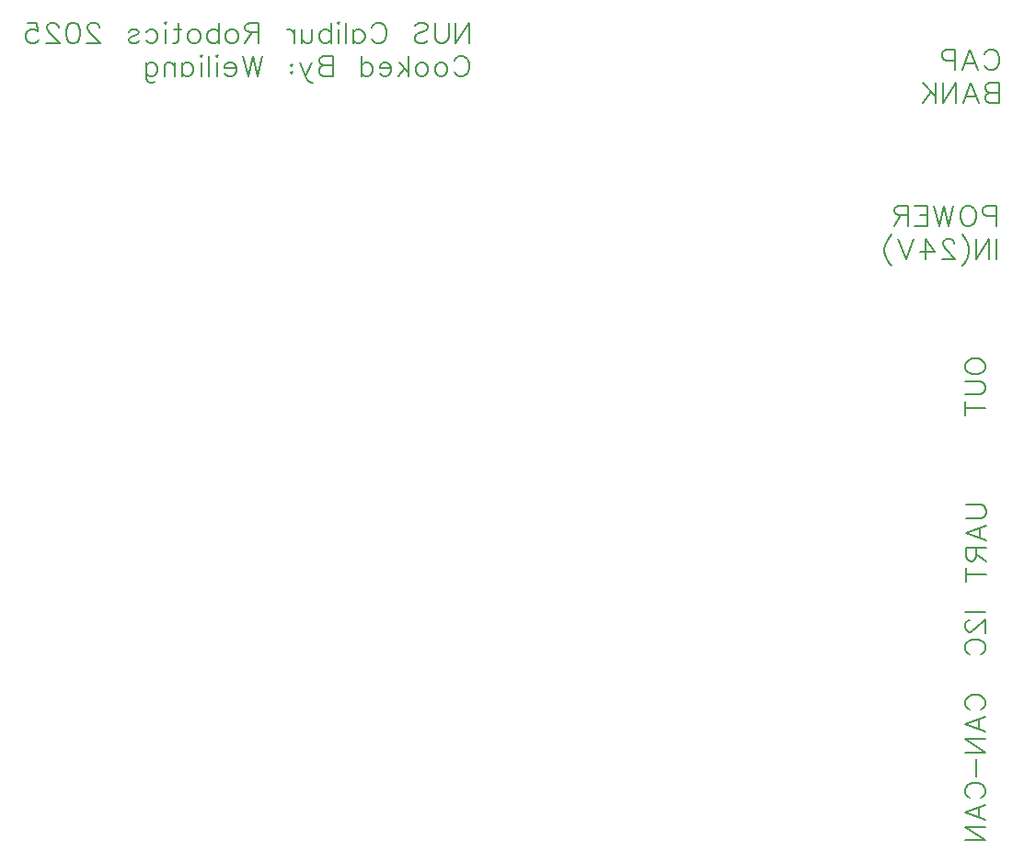
<source format=gbo>
G04 Layer: BottomSilkscreenLayer*
G04 EasyEDA Pro v2.2.39.2, 2025-06-05 07:27:08*
G04 Gerber Generator version 0.3*
G04 Scale: 100 percent, Rotated: No, Reflected: No*
G04 Dimensions in millimeters*
G04 Leading zeros omitted, absolute positions, 4 integers and 5 decimals*
G04 Generated by one-click*
%FSLAX45Y45*%
%MOMM*%
%ADD10C,0.2032*%
%ADD11C,0.3003*%
G75*


G04 Text Start*
G54D10*
G01X9038590Y7440930D02*
G01X9047480Y7458710D01*
G01X9065260Y7476490D01*
G01X9083040Y7485380D01*
G01X9118600Y7485380D01*
G01X9136380Y7476490D01*
G01X9154160Y7458710D01*
G01X9163050Y7440930D01*
G01X9171940Y7414260D01*
G01X9171940Y7369810D01*
G01X9163050Y7343140D01*
G01X9154160Y7325360D01*
G01X9136380Y7307580D01*
G01X9118600Y7298690D01*
G01X9083040Y7298690D01*
G01X9065260Y7307580D01*
G01X9047480Y7325360D01*
G01X9038590Y7343140D01*
G01X8904478Y7485380D02*
G01X8975598Y7298690D01*
G01X8904478Y7485380D02*
G01X8833358Y7298690D01*
G01X8948928Y7360920D02*
G01X8860028Y7360920D01*
G01X8770366Y7485380D02*
G01X8770366Y7298690D01*
G01X8770366Y7485380D02*
G01X8690356Y7485380D01*
G01X8663686Y7476490D01*
G01X8654796Y7467600D01*
G01X8645906Y7449820D01*
G01X8645906Y7423150D01*
G01X8654796Y7405370D01*
G01X8663686Y7396480D01*
G01X8690356Y7387590D01*
G01X8770366Y7387590D01*
G01X9171940Y7180580D02*
G01X9171940Y6993890D01*
G01X9171940Y7180580D02*
G01X9091930Y7180580D01*
G01X9065260Y7171690D01*
G01X9056370Y7162800D01*
G01X9047480Y7145020D01*
G01X9047480Y7127240D01*
G01X9056370Y7109460D01*
G01X9065260Y7100570D01*
G01X9091930Y7091680D01*
G01X9171940Y7091680D02*
G01X9091930Y7091680D01*
G01X9065260Y7082790D01*
G01X9056370Y7073900D01*
G01X9047480Y7056120D01*
G01X9047480Y7029450D01*
G01X9056370Y7011670D01*
G01X9065260Y7002780D01*
G01X9091930Y6993890D01*
G01X9171940Y6993890D01*
G01X8913368Y7180580D02*
G01X8984488Y6993890D01*
G01X8913368Y7180580D02*
G01X8842248Y6993890D01*
G01X8957818Y7056120D02*
G01X8868918Y7056120D01*
G01X8779256Y7180580D02*
G01X8779256Y6993890D01*
G01X8779256Y7180580D02*
G01X8654796Y6993890D01*
G01X8654796Y7180580D02*
G01X8654796Y6993890D01*
G01X8591804Y7180580D02*
G01X8591804Y6993890D01*
G01X8467344Y7180580D02*
G01X8591804Y7056120D01*
G01X8547354Y7100570D02*
G01X8467344Y6993890D01*
G01X9146540Y6050280D02*
G01X9146540Y5863590D01*
G01X9146540Y6050280D02*
G01X9066530Y6050280D01*
G01X9039860Y6041390D01*
G01X9030970Y6032500D01*
G01X9022080Y6014720D01*
G01X9022080Y5988050D01*
G01X9030970Y5970270D01*
G01X9039860Y5961380D01*
G01X9066530Y5952490D01*
G01X9146540Y5952490D01*
G01X8905748Y6050280D02*
G01X8923528Y6041390D01*
G01X8941308Y6023610D01*
G01X8950198Y6005830D01*
G01X8959088Y5979160D01*
G01X8959088Y5934710D01*
G01X8950198Y5908040D01*
G01X8941308Y5890260D01*
G01X8923528Y5872480D01*
G01X8905748Y5863590D01*
G01X8870188Y5863590D01*
G01X8852408Y5872480D01*
G01X8834628Y5890260D01*
G01X8825738Y5908040D01*
G01X8816848Y5934710D01*
G01X8816848Y5979160D01*
G01X8825738Y6005830D01*
G01X8834628Y6023610D01*
G01X8852408Y6041390D01*
G01X8870188Y6050280D01*
G01X8905748Y6050280D01*
G01X8753856Y6050280D02*
G01X8709406Y5863590D01*
G01X8664956Y6050280D02*
G01X8709406Y5863590D01*
G01X8664956Y6050280D02*
G01X8620506Y5863590D01*
G01X8576056Y6050280D02*
G01X8620506Y5863590D01*
G01X8513064Y6050280D02*
G01X8513064Y5863590D01*
G01X8513064Y6050280D02*
G01X8397494Y6050280D01*
G01X8513064Y5961380D02*
G01X8441944Y5961380D01*
G01X8513064Y5863590D02*
G01X8397494Y5863590D01*
G01X8334502Y6050280D02*
G01X8334502Y5863590D01*
G01X8334502Y6050280D02*
G01X8254492Y6050280D01*
G01X8227822Y6041390D01*
G01X8218932Y6032500D01*
G01X8210042Y6014720D01*
G01X8210042Y5996940D01*
G01X8218932Y5979160D01*
G01X8227822Y5970270D01*
G01X8254492Y5961380D01*
G01X8334502Y5961380D01*
G01X8272272Y5961380D02*
G01X8210042Y5863590D01*
G01X9146540Y5745480D02*
G01X9146540Y5558790D01*
G01X9083548Y5745480D02*
G01X9083548Y5558790D01*
G01X9083548Y5745480D02*
G01X8959088Y5558790D01*
G01X8959088Y5745480D02*
G01X8959088Y5558790D01*
G01X8833866Y5781040D02*
G01X8851646Y5763260D01*
G01X8869426Y5736590D01*
G01X8887206Y5701030D01*
G01X8896096Y5656580D01*
G01X8896096Y5621020D01*
G01X8887206Y5576570D01*
G01X8869426Y5541010D01*
G01X8851646Y5514340D01*
G01X8833866Y5496560D01*
G01X8761984Y5701030D02*
G01X8761984Y5709920D01*
G01X8753094Y5727700D01*
G01X8744204Y5736590D01*
G01X8726424Y5745480D01*
G01X8690864Y5745480D01*
G01X8673084Y5736590D01*
G01X8664194Y5727700D01*
G01X8655304Y5709920D01*
G01X8655304Y5692140D01*
G01X8664194Y5674360D01*
G01X8681974Y5647690D01*
G01X8770874Y5558790D01*
G01X8646414Y5558790D01*
G01X8494522Y5745480D02*
G01X8583422Y5621020D01*
G01X8450072Y5621020D01*
G01X8494522Y5745480D02*
G01X8494522Y5558790D01*
G01X8387080Y5745480D02*
G01X8315960Y5558790D01*
G01X8244840Y5745480D02*
G01X8315960Y5558790D01*
G01X8181848Y5781040D02*
G01X8164068Y5763260D01*
G01X8146288Y5736590D01*
G01X8128508Y5701030D01*
G01X8119618Y5656580D01*
G01X8119618Y5621020D01*
G01X8128508Y5576570D01*
G01X8146288Y5541010D01*
G01X8164068Y5514340D01*
G01X8181848Y5496560D01*
G01X8859520Y4584700D02*
G01X8868410Y4602480D01*
G01X8886190Y4620260D01*
G01X8903970Y4629150D01*
G01X8930640Y4638040D01*
G01X8975090Y4638040D01*
G01X9001760Y4629150D01*
G01X9019540Y4620260D01*
G01X9037320Y4602480D01*
G01X9046210Y4584700D01*
G01X9046210Y4549140D01*
G01X9037320Y4531360D01*
G01X9019540Y4513580D01*
G01X9001760Y4504690D01*
G01X8975090Y4495800D01*
G01X8930640Y4495800D01*
G01X8903970Y4504690D01*
G01X8886190Y4513580D01*
G01X8868410Y4531360D01*
G01X8859520Y4549140D01*
G01X8859520Y4584700D01*
G01X8859520Y4432808D02*
G01X8992870Y4432808D01*
G01X9019540Y4423918D01*
G01X9037320Y4406138D01*
G01X9046210Y4379468D01*
G01X9046210Y4361688D01*
G01X9037320Y4335018D01*
G01X9019540Y4317238D01*
G01X8992870Y4308348D01*
G01X8859520Y4308348D01*
G01X8859520Y4183126D02*
G01X9046210Y4183126D01*
G01X8859520Y4245356D02*
G01X8859520Y4120896D01*
G01X8872220Y3291840D02*
G01X9005570Y3291840D01*
G01X9032240Y3282950D01*
G01X9050020Y3265170D01*
G01X9058910Y3238500D01*
G01X9058910Y3220720D01*
G01X9050020Y3194050D01*
G01X9032240Y3176270D01*
G01X9005570Y3167380D01*
G01X8872220Y3167380D01*
G01X8872220Y3033268D02*
G01X9058910Y3104388D01*
G01X8872220Y3033268D02*
G01X9058910Y2962148D01*
G01X8996680Y3077718D02*
G01X8996680Y2988818D01*
G01X8872220Y2899156D02*
G01X9058910Y2899156D01*
G01X8872220Y2899156D02*
G01X8872220Y2819146D01*
G01X8881110Y2792476D01*
G01X8890000Y2783586D01*
G01X8907780Y2774696D01*
G01X8925560Y2774696D01*
G01X8943340Y2783586D01*
G01X8952230Y2792476D01*
G01X8961120Y2819146D01*
G01X8961120Y2899156D01*
G01X8961120Y2836926D02*
G01X9058910Y2774696D01*
G01X8872220Y2649474D02*
G01X9058910Y2649474D01*
G01X8872220Y2711704D02*
G01X8872220Y2587244D01*
G01X8859520Y2301240D02*
G01X9046210Y2301240D01*
G01X8903970Y2229358D02*
G01X8895080Y2229358D01*
G01X8877300Y2220468D01*
G01X8868410Y2211578D01*
G01X8859520Y2193798D01*
G01X8859520Y2158238D01*
G01X8868410Y2140458D01*
G01X8877300Y2131568D01*
G01X8895080Y2122678D01*
G01X8912860Y2122678D01*
G01X8930640Y2131568D01*
G01X8957310Y2149348D01*
G01X9046210Y2238248D01*
G01X9046210Y2113788D01*
G01X8903970Y1917446D02*
G01X8886190Y1926336D01*
G01X8868410Y1944116D01*
G01X8859520Y1961896D01*
G01X8859520Y1997456D01*
G01X8868410Y2015236D01*
G01X8886190Y2033016D01*
G01X8903970Y2041906D01*
G01X8930640Y2050796D01*
G01X8975090Y2050796D01*
G01X9001760Y2041906D01*
G01X9019540Y2033016D01*
G01X9037320Y2015236D01*
G01X9046210Y1997456D01*
G01X9046210Y1961896D01*
G01X9037320Y1944116D01*
G01X9019540Y1926336D01*
G01X9001760Y1917446D01*
G01X8903970Y1405890D02*
G01X8886190Y1414780D01*
G01X8868410Y1432560D01*
G01X8859520Y1450340D01*
G01X8859520Y1485900D01*
G01X8868410Y1503680D01*
G01X8886190Y1521460D01*
G01X8903970Y1530350D01*
G01X8930640Y1539240D01*
G01X8975090Y1539240D01*
G01X9001760Y1530350D01*
G01X9019540Y1521460D01*
G01X9037320Y1503680D01*
G01X9046210Y1485900D01*
G01X9046210Y1450340D01*
G01X9037320Y1432560D01*
G01X9019540Y1414780D01*
G01X9001760Y1405890D01*
G01X8859520Y1271778D02*
G01X9046210Y1342898D01*
G01X8859520Y1271778D02*
G01X9046210Y1200658D01*
G01X8983980Y1316228D02*
G01X8983980Y1227328D01*
G01X8859520Y1137666D02*
G01X9046210Y1137666D01*
G01X8859520Y1137666D02*
G01X9046210Y1013206D01*
G01X8859520Y1013206D02*
G01X9046210Y1013206D01*
G01X8966200Y950214D02*
G01X8966200Y790194D01*
G01X8903970Y593852D02*
G01X8886190Y602742D01*
G01X8868410Y620522D01*
G01X8859520Y638302D01*
G01X8859520Y673862D01*
G01X8868410Y691642D01*
G01X8886190Y709422D01*
G01X8903970Y718312D01*
G01X8930640Y727202D01*
G01X8975090Y727202D01*
G01X9001760Y718312D01*
G01X9019540Y709422D01*
G01X9037320Y691642D01*
G01X9046210Y673862D01*
G01X9046210Y638302D01*
G01X9037320Y620522D01*
G01X9019540Y602742D01*
G01X9001760Y593852D01*
G01X8859520Y459740D02*
G01X9046210Y530860D01*
G01X8859520Y459740D02*
G01X9046210Y388620D01*
G01X8983980Y504190D02*
G01X8983980Y415290D01*
G01X8859520Y325628D02*
G01X9046210Y325628D01*
G01X8859520Y325628D02*
G01X9046210Y201168D01*
G01X8859520Y201168D02*
G01X9046210Y201168D01*
G01X4294381Y7733345D02*
G01X4294381Y7546655D01*
G01X4294381Y7733345D02*
G01X4169921Y7546655D01*
G01X4169921Y7733345D02*
G01X4169921Y7546655D01*
G01X4106929Y7733345D02*
G01X4106929Y7599995D01*
G01X4098039Y7573325D01*
G01X4080259Y7555545D01*
G01X4053589Y7546655D01*
G01X4035809Y7546655D01*
G01X4009139Y7555545D01*
G01X3991359Y7573325D01*
G01X3982469Y7599995D01*
G01X3982469Y7733345D01*
G01X3795017Y7706675D02*
G01X3812797Y7724455D01*
G01X3839467Y7733345D01*
G01X3875027Y7733345D01*
G01X3901697Y7724455D01*
G01X3919477Y7706675D01*
G01X3919477Y7688895D01*
G01X3910587Y7671115D01*
G01X3901697Y7662225D01*
G01X3883917Y7653335D01*
G01X3830577Y7635555D01*
G01X3812797Y7626665D01*
G01X3803907Y7617775D01*
G01X3795017Y7599995D01*
G01X3795017Y7573325D01*
G01X3812797Y7555545D01*
G01X3839467Y7546655D01*
G01X3875027Y7546655D01*
G01X3901697Y7555545D01*
G01X3919477Y7573325D01*
G01X3399539Y7688895D02*
G01X3408429Y7706675D01*
G01X3426209Y7724455D01*
G01X3443989Y7733345D01*
G01X3479549Y7733345D01*
G01X3497329Y7724455D01*
G01X3515109Y7706675D01*
G01X3523999Y7688895D01*
G01X3532889Y7662225D01*
G01X3532889Y7617775D01*
G01X3523999Y7591105D01*
G01X3515109Y7573325D01*
G01X3497329Y7555545D01*
G01X3479549Y7546655D01*
G01X3443989Y7546655D01*
G01X3426209Y7555545D01*
G01X3408429Y7573325D01*
G01X3399539Y7591105D01*
G01X3229867Y7671115D02*
G01X3229867Y7546655D01*
G01X3229867Y7644445D02*
G01X3247647Y7662225D01*
G01X3265427Y7671115D01*
G01X3292097Y7671115D01*
G01X3309877Y7662225D01*
G01X3327657Y7644445D01*
G01X3336547Y7617775D01*
G01X3336547Y7599995D01*
G01X3327657Y7573325D01*
G01X3309877Y7555545D01*
G01X3292097Y7546655D01*
G01X3265427Y7546655D01*
G01X3247647Y7555545D01*
G01X3229867Y7573325D01*
G01X3166875Y7733345D02*
G01X3166875Y7546655D01*
G01X3103883Y7733345D02*
G01X3094993Y7724455D01*
G01X3086103Y7733345D01*
G01X3094993Y7742235D01*
G01X3103883Y7733345D01*
G01X3094993Y7671115D02*
G01X3094993Y7546655D01*
G01X3023111Y7733345D02*
G01X3023111Y7546655D01*
G01X3023111Y7644445D02*
G01X3005331Y7662225D01*
G01X2987551Y7671115D01*
G01X2960881Y7671115D01*
G01X2943101Y7662225D01*
G01X2925321Y7644445D01*
G01X2916431Y7617775D01*
G01X2916431Y7599995D01*
G01X2925321Y7573325D01*
G01X2943101Y7555545D01*
G01X2960881Y7546655D01*
G01X2987551Y7546655D01*
G01X3005331Y7555545D01*
G01X3023111Y7573325D01*
G01X2853439Y7671115D02*
G01X2853439Y7582215D01*
G01X2844549Y7555545D01*
G01X2826769Y7546655D01*
G01X2800099Y7546655D01*
G01X2782319Y7555545D01*
G01X2755649Y7582215D01*
G01X2755649Y7671115D02*
G01X2755649Y7546655D01*
G01X2692657Y7671115D02*
G01X2692657Y7546655D01*
G01X2692657Y7617775D02*
G01X2683767Y7644445D01*
G01X2665987Y7662225D01*
G01X2648207Y7671115D01*
G01X2621537Y7671115D01*
G01X2359409Y7733345D02*
G01X2359409Y7546655D01*
G01X2359409Y7733345D02*
G01X2279399Y7733345D01*
G01X2252729Y7724455D01*
G01X2243839Y7715565D01*
G01X2234949Y7697785D01*
G01X2234949Y7680005D01*
G01X2243839Y7662225D01*
G01X2252729Y7653335D01*
G01X2279399Y7644445D01*
G01X2359409Y7644445D01*
G01X2297179Y7644445D02*
G01X2234949Y7546655D01*
G01X2127507Y7671115D02*
G01X2145287Y7662225D01*
G01X2163067Y7644445D01*
G01X2171957Y7617775D01*
G01X2171957Y7599995D01*
G01X2163067Y7573325D01*
G01X2145287Y7555545D01*
G01X2127507Y7546655D01*
G01X2100837Y7546655D01*
G01X2083057Y7555545D01*
G01X2065277Y7573325D01*
G01X2056387Y7599995D01*
G01X2056387Y7617775D01*
G01X2065277Y7644445D01*
G01X2083057Y7662225D01*
G01X2100837Y7671115D01*
G01X2127507Y7671115D01*
G01X1993395Y7733345D02*
G01X1993395Y7546655D01*
G01X1993395Y7644445D02*
G01X1975615Y7662225D01*
G01X1957835Y7671115D01*
G01X1931165Y7671115D01*
G01X1913385Y7662225D01*
G01X1895605Y7644445D01*
G01X1886715Y7617775D01*
G01X1886715Y7599995D01*
G01X1895605Y7573325D01*
G01X1913385Y7555545D01*
G01X1931165Y7546655D01*
G01X1957835Y7546655D01*
G01X1975615Y7555545D01*
G01X1993395Y7573325D01*
G01X1779273Y7671115D02*
G01X1797053Y7662225D01*
G01X1814833Y7644445D01*
G01X1823723Y7617775D01*
G01X1823723Y7599995D01*
G01X1814833Y7573325D01*
G01X1797053Y7555545D01*
G01X1779273Y7546655D01*
G01X1752603Y7546655D01*
G01X1734823Y7555545D01*
G01X1717043Y7573325D01*
G01X1708153Y7599995D01*
G01X1708153Y7617775D01*
G01X1717043Y7644445D01*
G01X1734823Y7662225D01*
G01X1752603Y7671115D01*
G01X1779273Y7671115D01*
G01X1618491Y7733345D02*
G01X1618491Y7582215D01*
G01X1609601Y7555545D01*
G01X1591821Y7546655D01*
G01X1574041Y7546655D01*
G01X1645161Y7671115D02*
G01X1582931Y7671115D01*
G01X1511049Y7733345D02*
G01X1502159Y7724455D01*
G01X1493269Y7733345D01*
G01X1502159Y7742235D01*
G01X1511049Y7733345D01*
G01X1502159Y7671115D02*
G01X1502159Y7546655D01*
G01X1323597Y7644445D02*
G01X1341377Y7662225D01*
G01X1359157Y7671115D01*
G01X1385827Y7671115D01*
G01X1403607Y7662225D01*
G01X1421387Y7644445D01*
G01X1430277Y7617775D01*
G01X1430277Y7599995D01*
G01X1421387Y7573325D01*
G01X1403607Y7555545D01*
G01X1385827Y7546655D01*
G01X1359157Y7546655D01*
G01X1341377Y7555545D01*
G01X1323597Y7573325D01*
G01X1162815Y7644445D02*
G01X1171705Y7662225D01*
G01X1198375Y7671115D01*
G01X1225045Y7671115D01*
G01X1251715Y7662225D01*
G01X1260605Y7644445D01*
G01X1251715Y7626665D01*
G01X1233935Y7617775D01*
G01X1189485Y7608885D01*
G01X1171705Y7599995D01*
G01X1162815Y7582215D01*
G01X1162815Y7573325D01*
G01X1171705Y7555545D01*
G01X1198375Y7546655D01*
G01X1225045Y7546655D01*
G01X1251715Y7555545D01*
G01X1260605Y7573325D01*
G01X891797Y7688895D02*
G01X891797Y7697785D01*
G01X882907Y7715565D01*
G01X874017Y7724455D01*
G01X856237Y7733345D01*
G01X820677Y7733345D01*
G01X802897Y7724455D01*
G01X794007Y7715565D01*
G01X785117Y7697785D01*
G01X785117Y7680005D01*
G01X794007Y7662225D01*
G01X811787Y7635555D01*
G01X900687Y7546655D01*
G01X776227Y7546655D01*
G01X659895Y7733345D02*
G01X686565Y7724455D01*
G01X704345Y7697785D01*
G01X713235Y7653335D01*
G01X713235Y7626665D01*
G01X704345Y7582215D01*
G01X686565Y7555545D01*
G01X659895Y7546655D01*
G01X642115Y7546655D01*
G01X615445Y7555545D01*
G01X597665Y7582215D01*
G01X588775Y7626665D01*
G01X588775Y7653335D01*
G01X597665Y7697785D01*
G01X615445Y7724455D01*
G01X642115Y7733345D01*
G01X659895Y7733345D01*
G01X516893Y7688895D02*
G01X516893Y7697785D01*
G01X508003Y7715565D01*
G01X499113Y7724455D01*
G01X481333Y7733345D01*
G01X445773Y7733345D01*
G01X427993Y7724455D01*
G01X419103Y7715565D01*
G01X410213Y7697785D01*
G01X410213Y7680005D01*
G01X419103Y7662225D01*
G01X436883Y7635555D01*
G01X525783Y7546655D01*
G01X401323Y7546655D01*
G01X231651Y7733345D02*
G01X320551Y7733345D01*
G01X329441Y7653335D01*
G01X320551Y7662225D01*
G01X293881Y7671115D01*
G01X267211Y7671115D01*
G01X240541Y7662225D01*
G01X222761Y7644445D01*
G01X213871Y7617775D01*
G01X213871Y7599995D01*
G01X222761Y7573325D01*
G01X240541Y7555545D01*
G01X267211Y7546655D01*
G01X293881Y7546655D01*
G01X320551Y7555545D01*
G01X329441Y7564435D01*
G01X338331Y7582215D01*
G01X4161031Y7384095D02*
G01X4169921Y7401875D01*
G01X4187701Y7419655D01*
G01X4205481Y7428545D01*
G01X4241041Y7428545D01*
G01X4258821Y7419655D01*
G01X4276601Y7401875D01*
G01X4285491Y7384095D01*
G01X4294381Y7357425D01*
G01X4294381Y7312975D01*
G01X4285491Y7286305D01*
G01X4276601Y7268525D01*
G01X4258821Y7250745D01*
G01X4241041Y7241855D01*
G01X4205481Y7241855D01*
G01X4187701Y7250745D01*
G01X4169921Y7268525D01*
G01X4161031Y7286305D01*
G01X4053589Y7366315D02*
G01X4071369Y7357425D01*
G01X4089149Y7339645D01*
G01X4098039Y7312975D01*
G01X4098039Y7295195D01*
G01X4089149Y7268525D01*
G01X4071369Y7250745D01*
G01X4053589Y7241855D01*
G01X4026919Y7241855D01*
G01X4009139Y7250745D01*
G01X3991359Y7268525D01*
G01X3982469Y7295195D01*
G01X3982469Y7312975D01*
G01X3991359Y7339645D01*
G01X4009139Y7357425D01*
G01X4026919Y7366315D01*
G01X4053589Y7366315D01*
G01X3875027Y7366315D02*
G01X3892807Y7357425D01*
G01X3910587Y7339645D01*
G01X3919477Y7312975D01*
G01X3919477Y7295195D01*
G01X3910587Y7268525D01*
G01X3892807Y7250745D01*
G01X3875027Y7241855D01*
G01X3848357Y7241855D01*
G01X3830577Y7250745D01*
G01X3812797Y7268525D01*
G01X3803907Y7295195D01*
G01X3803907Y7312975D01*
G01X3812797Y7339645D01*
G01X3830577Y7357425D01*
G01X3848357Y7366315D01*
G01X3875027Y7366315D01*
G01X3740915Y7428545D02*
G01X3740915Y7241855D01*
G01X3652015Y7366315D02*
G01X3740915Y7277415D01*
G01X3705355Y7312975D02*
G01X3643125Y7241855D01*
G01X3580133Y7312975D02*
G01X3473453Y7312975D01*
G01X3473453Y7330755D01*
G01X3482343Y7348535D01*
G01X3491233Y7357425D01*
G01X3509013Y7366315D01*
G01X3535683Y7366315D01*
G01X3553463Y7357425D01*
G01X3571243Y7339645D01*
G01X3580133Y7312975D01*
G01X3580133Y7295195D01*
G01X3571243Y7268525D01*
G01X3553463Y7250745D01*
G01X3535683Y7241855D01*
G01X3509013Y7241855D01*
G01X3491233Y7250745D01*
G01X3473453Y7268525D01*
G01X3303781Y7428545D02*
G01X3303781Y7241855D01*
G01X3303781Y7339645D02*
G01X3321561Y7357425D01*
G01X3339341Y7366315D01*
G01X3366011Y7366315D01*
G01X3383791Y7357425D01*
G01X3401571Y7339645D01*
G01X3410461Y7312975D01*
G01X3410461Y7295195D01*
G01X3401571Y7268525D01*
G01X3383791Y7250745D01*
G01X3366011Y7241855D01*
G01X3339341Y7241855D01*
G01X3321561Y7250745D01*
G01X3303781Y7268525D01*
G01X3041653Y7428545D02*
G01X3041653Y7241855D01*
G01X3041653Y7428545D02*
G01X2961643Y7428545D01*
G01X2934973Y7419655D01*
G01X2926083Y7410765D01*
G01X2917193Y7392985D01*
G01X2917193Y7375205D01*
G01X2926083Y7357425D01*
G01X2934973Y7348535D01*
G01X2961643Y7339645D01*
G01X3041653Y7339645D02*
G01X2961643Y7339645D01*
G01X2934973Y7330755D01*
G01X2926083Y7321865D01*
G01X2917193Y7304085D01*
G01X2917193Y7277415D01*
G01X2926083Y7259635D01*
G01X2934973Y7250745D01*
G01X2961643Y7241855D01*
G01X3041653Y7241855D01*
G01X2845311Y7366315D02*
G01X2791971Y7241855D01*
G01X2738631Y7366315D02*
G01X2791971Y7241855D01*
G01X2809751Y7206295D01*
G01X2827531Y7188515D01*
G01X2845311Y7179625D01*
G01X2854201Y7179625D01*
G01X2666749Y7348535D02*
G01X2675639Y7339645D01*
G01X2666749Y7330755D01*
G01X2657859Y7339645D01*
G01X2666749Y7348535D01*
G01X2666749Y7286305D02*
G01X2675639Y7277415D01*
G01X2666749Y7268525D01*
G01X2657859Y7277415D01*
G01X2666749Y7286305D01*
G01X2395731Y7428545D02*
G01X2351281Y7241855D01*
G01X2306831Y7428545D02*
G01X2351281Y7241855D01*
G01X2306831Y7428545D02*
G01X2262381Y7241855D01*
G01X2217931Y7428545D02*
G01X2262381Y7241855D01*
G01X2154939Y7312975D02*
G01X2048259Y7312975D01*
G01X2048259Y7330755D01*
G01X2057149Y7348535D01*
G01X2066039Y7357425D01*
G01X2083819Y7366315D01*
G01X2110489Y7366315D01*
G01X2128269Y7357425D01*
G01X2146049Y7339645D01*
G01X2154939Y7312975D01*
G01X2154939Y7295195D01*
G01X2146049Y7268525D01*
G01X2128269Y7250745D01*
G01X2110489Y7241855D01*
G01X2083819Y7241855D01*
G01X2066039Y7250745D01*
G01X2048259Y7268525D01*
G01X1985267Y7428545D02*
G01X1976377Y7419655D01*
G01X1967487Y7428545D01*
G01X1976377Y7437435D01*
G01X1985267Y7428545D01*
G01X1976377Y7366315D02*
G01X1976377Y7241855D01*
G01X1904495Y7428545D02*
G01X1904495Y7241855D01*
G01X1841503Y7428545D02*
G01X1832613Y7419655D01*
G01X1823723Y7428545D01*
G01X1832613Y7437435D01*
G01X1841503Y7428545D01*
G01X1832613Y7366315D02*
G01X1832613Y7241855D01*
G01X1654051Y7366315D02*
G01X1654051Y7241855D01*
G01X1654051Y7339645D02*
G01X1671831Y7357425D01*
G01X1689611Y7366315D01*
G01X1716281Y7366315D01*
G01X1734061Y7357425D01*
G01X1751841Y7339645D01*
G01X1760731Y7312975D01*
G01X1760731Y7295195D01*
G01X1751841Y7268525D01*
G01X1734061Y7250745D01*
G01X1716281Y7241855D01*
G01X1689611Y7241855D01*
G01X1671831Y7250745D01*
G01X1654051Y7268525D01*
G01X1591059Y7366315D02*
G01X1591059Y7241855D01*
G01X1591059Y7330755D02*
G01X1564389Y7357425D01*
G01X1546609Y7366315D01*
G01X1519939Y7366315D01*
G01X1502159Y7357425D01*
G01X1493269Y7330755D01*
G01X1493269Y7241855D01*
G01X1323597Y7366315D02*
G01X1323597Y7224075D01*
G01X1332487Y7197405D01*
G01X1341377Y7188515D01*
G01X1359157Y7179625D01*
G01X1385827Y7179625D01*
G01X1403607Y7188515D01*
G01X1323597Y7339645D02*
G01X1341377Y7357425D01*
G01X1359157Y7366315D01*
G01X1385827Y7366315D01*
G01X1403607Y7357425D01*
G01X1421387Y7339645D01*
G01X1430277Y7312975D01*
G01X1430277Y7295195D01*
G01X1421387Y7268525D01*
G01X1403607Y7250745D01*
G01X1385827Y7241855D01*
G01X1359157Y7241855D01*
G01X1341377Y7250745D01*
G01X1323597Y7268525D01*
G04 Text End*

M02*


</source>
